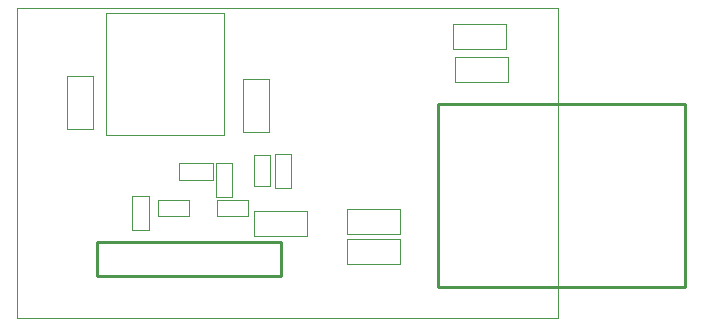
<source format=gm1>
G04*
G04 #@! TF.GenerationSoftware,Altium Limited,Altium Designer,22.8.2 (66)*
G04*
G04 Layer_Color=16711935*
%FSLAX44Y44*%
%MOMM*%
G71*
G04*
G04 #@! TF.SameCoordinates,52C54432-6914-4BE2-A169-96465BD4BA84*
G04*
G04*
G04 #@! TF.FilePolarity,Positive*
G04*
G01*
G75*
%ADD32C,0.2540*%
%ADD41C,0.0762*%
D32*
X1887370Y1014040D02*
Y1169040D01*
X1678370Y1014040D02*
Y1169040D01*
Y1014040D02*
X1887370D01*
X1678370Y1169040D02*
X1887370D01*
X1545000Y1023000D02*
Y1052000D01*
X1389000Y1023000D02*
Y1052000D01*
Y1023000D02*
X1545000D01*
X1389000Y1052000D02*
X1545000D01*
D41*
X1321822Y988000D02*
X1780000D01*
X1321822Y1250000D02*
X1780000D01*
Y988000D02*
Y1250000D01*
X1321822Y988000D02*
Y1250000D01*
X1497038Y1142819D02*
Y1245689D01*
X1396708Y1142819D02*
Y1245689D01*
Y1142819D02*
X1497038D01*
X1396708Y1245689D02*
X1497038D01*
X1735510Y1215266D02*
Y1236602D01*
X1690552Y1215266D02*
Y1236602D01*
Y1215266D02*
X1735510D01*
X1690552Y1236602D02*
X1735510D01*
X1737510Y1187266D02*
Y1208602D01*
X1692552Y1187266D02*
Y1208602D01*
Y1187266D02*
X1737510D01*
X1692552Y1208602D02*
X1737510D01*
X1364398Y1192510D02*
X1385734D01*
X1364398Y1147552D02*
X1385734D01*
Y1192510D01*
X1364398Y1147552D02*
Y1192510D01*
X1513398Y1190510D02*
X1534734D01*
X1513398Y1145552D02*
X1534734D01*
Y1190510D01*
X1513398Y1145552D02*
Y1190510D01*
X1522000Y1100000D02*
X1536000D01*
X1522000Y1126000D02*
X1536000D01*
X1522000Y1100000D02*
Y1126000D01*
X1536000Y1100000D02*
Y1126000D01*
X1522490Y1057398D02*
Y1078734D01*
X1567448Y1057398D02*
Y1078734D01*
X1522490D02*
X1567448D01*
X1522490Y1057398D02*
X1567448D01*
X1467000Y1074000D02*
Y1088000D01*
X1441000Y1074000D02*
Y1088000D01*
Y1074000D02*
X1467000D01*
X1441000Y1088000D02*
X1467000D01*
X1517000Y1074000D02*
Y1088000D01*
X1491000Y1074000D02*
Y1088000D01*
Y1074000D02*
X1517000D01*
X1491000Y1088000D02*
X1517000D01*
X1540000Y1127000D02*
X1554000D01*
X1540000Y1098000D02*
X1554000D01*
Y1127000D01*
X1540000Y1098000D02*
Y1127000D01*
X1419000Y1091000D02*
X1433000D01*
X1419000Y1062000D02*
X1433000D01*
Y1091000D01*
X1419000Y1062000D02*
Y1091000D01*
X1490000Y1090000D02*
X1504000D01*
X1490000Y1119000D02*
X1504000D01*
X1490000Y1090000D02*
Y1119000D01*
X1504000Y1090000D02*
Y1119000D01*
X1488000Y1105000D02*
Y1119000D01*
X1459000Y1105000D02*
Y1119000D01*
Y1105000D02*
X1488000D01*
X1459000Y1119000D02*
X1488000D01*
X1600630Y1033418D02*
Y1054754D01*
X1645588Y1033418D02*
Y1054754D01*
X1600630D02*
X1645588D01*
X1600630Y1033418D02*
X1645588D01*
X1600630Y1058818D02*
Y1080154D01*
X1645588Y1058818D02*
Y1080154D01*
X1600630D02*
X1645588D01*
X1600630Y1058818D02*
X1645588D01*
M02*

</source>
